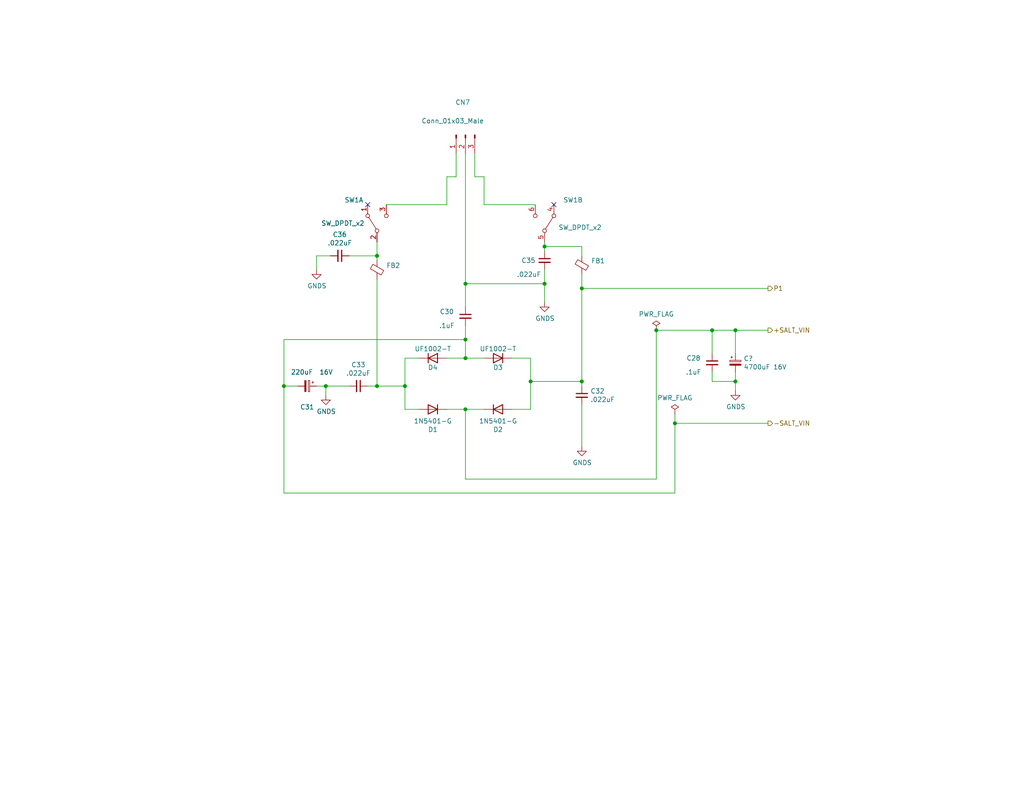
<source format=kicad_sch>
(kicad_sch (version 20230121) (generator eeschema)
  (paper "A")
  (title_block (title "TRS-80 Color Computer 3 (26-3334)") (date "2023-11-04") (rev "1.0.2") (company "Tandy Corporation") (comment 2 "& Color Computer 3 Revised Schematic (Ty Sopko).pdf") (comment 3 "Based on  Color Computer 3 Service Manual (Tandy).pdf") (comment 4 "Kicad schematic capture by Rocky Hill"))
  (lib_symbols
    (symbol "Device:C_Small" (pin_numbers hide) (pin_names (offset 0.254) hide)
      (property "Reference" "C" (at 0.254 1.778 0))
      (property "Value" "C_Small" (at 0.254 -2.032 0))
      (symbol "C_Small_0_1"
        (polyline (pts (xy -1.524 -0.508) (xy 1.524 -0.508)) (stroke (width 0.3302)))
        (polyline (pts (xy -1.524 0.508) (xy 1.524 0.508)) (stroke (width 0.3048)))
      )
      (symbol "C_Small_1_1"
        (pin passive line (at 0 2.54 270) (length 2.032) (name "~") (number "1"))
        (pin passive line (at 0 -2.54 90) (length 2.032) (name "~") (number "2"))
      )
    )
    (symbol "Diode:1N4002" (pin_numbers hide) (pin_names hide)
      (property "Reference" "D" (at 0 2.54 0))
      (property "Value" "1N4002" (at 0 -2.54 0))
      (symbol "1N4002_0_1"
        (polyline (pts (xy -1.27 1.27) (xy -1.27 -1.27)) (stroke (width 0.254)))
        (polyline (pts (xy 1.27 0) (xy -1.27 0)))
        (polyline (pts (xy 1.27 1.27) (xy 1.27 -1.27) (xy -1.27 0) (xy 1.27 1.27)) (stroke (width 0.254)))
      )
      (symbol "1N4002_1_1"
        (pin passive line (at -3.81 0 0) (length 2.54) (name "K") (number "1"))
        (pin passive line (at 3.81 0 180) (length 2.54) (name "A") (number "2"))
      )
    )
    (symbol "Diode:1N5401" (pin_numbers hide) (pin_names hide)
      (property "Reference" "D" (at 0 2.54 0))
      (property "Value" "1N5401" (at 0 -2.54 0))
      (symbol "1N5401_0_1"
        (polyline (pts (xy -1.27 1.27) (xy -1.27 -1.27)) (stroke (width 0.254)))
        (polyline (pts (xy 1.27 0) (xy -1.27 0)))
        (polyline (pts (xy 1.27 1.27) (xy 1.27 -1.27) (xy -1.27 0) (xy 1.27 1.27)) (stroke (width 0.254)))
      )
      (symbol "1N5401_1_1"
        (pin passive line (at -3.81 0 0) (length 2.54) (name "K") (number "1"))
        (pin passive line (at 3.81 0 180) (length 2.54) (name "A") (number "2"))
      )
    )
    (symbol "Switch:SW_DPDT_x2" (pin_names (offset 0) hide)
      (property "Reference" "SW" (at 0 4.318 0))
      (property "Value" "SW_DPDT_x2" (at 0 -5.08 0))
      (symbol "SW_DPDT_x2_0_0"
        (circle (center -2.032 0) (radius 0.508))
        (circle (center 2.032 -2.54) (radius 0.508))
      )
      (symbol "SW_DPDT_x2_0_1"
        (polyline (pts (xy -1.524 0.254) (xy 1.651 2.286)))
        (circle (center 2.032 2.54) (radius 0.508))
      )
      (symbol "SW_DPDT_x2_1_1"
        (pin passive line (at 5.08 2.54 180) (length 2.54) (name "A") (number "1"))
        (pin passive line (at -5.08 0 0) (length 2.54) (name "B") (number "2"))
        (pin passive line (at 5.08 -2.54 180) (length 2.54) (name "C") (number "3"))
      )
      (symbol "SW_DPDT_x2_2_1"
        (pin passive line (at 5.08 2.54 180) (length 2.54) (name "A") (number "4"))
        (pin passive line (at -5.08 0 0) (length 2.54) (name "B") (number "5"))
        (pin passive line (at 5.08 -2.54 180) (length 2.54) (name "C") (number "6"))
      )
    )
    (symbol "coco3-rescue:CP_Small-Device" (pin_numbers hide) (pin_names (offset 0.254) hide)
      (property "Reference" "C" (at 0.254 1.778 0))
      (property "Value" "Device_CP_Small" (at 0.254 -2.032 0))
      (symbol "CP_Small-Device_0_1"
        (rectangle (start -1.524 -0.3048) (end 1.524 -0.6858) (fill (type outline)))
        (rectangle (start -1.524 0.6858) (end 1.524 0.3048))
        (polyline (pts (xy -1.27 1.524) (xy -0.762 1.524)))
        (polyline (pts (xy -1.016 1.27) (xy -1.016 1.778)))
      )
      (symbol "CP_Small-Device_1_1"
        (pin passive line (at 0 2.54 270) (length 1.8542) (name "~") (number "1"))
        (pin passive line (at 0 -2.54 90) (length 1.8542) (name "~") (number "2"))
      )
    )
    (symbol "coco3-rescue:Conn_01x03_Male-Connector" (pin_names (offset 1.016) hide)
      (property "Reference" "J" (at 0 5.08 0))
      (property "Value" "Connector_Conn_01x03_Male" (at 0 -5.08 0))
      (symbol "Conn_01x03_Male-Connector_1_1"
        (polyline (pts (xy 1.27 -2.54) (xy 0.8636 -2.54)) (stroke (width 0.1524)))
        (polyline (pts (xy 1.27 0) (xy 0.8636 0)) (stroke (width 0.1524)))
        (polyline (pts (xy 1.27 2.54) (xy 0.8636 2.54)) (stroke (width 0.1524)))
        (rectangle (start 0.8636 -2.413) (end 0 -2.667) (stroke (width 0.1524)) (fill (type outline)))
        (rectangle (start 0.8636 0.127) (end 0 -0.127) (stroke (width 0.1524)) (fill (type outline)))
        (rectangle (start 0.8636 2.667) (end 0 2.413) (stroke (width 0.1524)) (fill (type outline)))
        (pin passive line (at 5.08 2.54 180) (length 3.81) (name "Pin_1") (number "1"))
        (pin passive line (at 5.08 0 180) (length 3.81) (name "Pin_2") (number "2"))
        (pin passive line (at 5.08 -2.54 180) (length 3.81) (name "Pin_3") (number "3"))
      )
    )
    (symbol "coco3-rescue:Ferrite_Bead_Small-Device" (pin_numbers hide) (pin_names (offset 0))
      (property "Reference" "FB" (at 1.905 1.27 0))
      (property "Value" "Device_Ferrite_Bead_Small" (at 1.905 -1.27 0))
      (symbol "Ferrite_Bead_Small-Device_0_1"
        (polyline (pts (xy 0 -1.27) (xy 0 -0.7874)))
        (polyline (pts (xy 0 0.889) (xy 0 1.2954)))
        (polyline (pts (xy -1.8288 0.2794) (xy -1.1176 1.4986) (xy 1.8288 -0.2032) (xy 1.1176 -1.4224) (xy -1.8288 0.2794)))
      )
      (symbol "Ferrite_Bead_Small-Device_1_1"
        (pin passive line (at 0 2.54 270) (length 1.27) (name "~") (number "1"))
        (pin passive line (at 0 -2.54 90) (length 1.27) (name "~") (number "2"))
      )
    )
    (symbol "power:GNDS" (power) (pin_names (offset 0))
      (property "Value" "GNDS" (at 0 -3.81 0))
      (symbol "GNDS_0_1"
        (polyline (pts (xy 0 0) (xy 0 -1.27) (xy 1.27 -1.27) (xy 0 -2.54) (xy -1.27 -1.27) (xy 0 -1.27)))
      )
      (symbol "GNDS_1_1"
        (pin power_in line (at 0 0 270) (length 0) hide (name "GNDS") (number "1"))
      )
    )
    (symbol "power:PWR_FLAG" (power) (pin_numbers hide) (pin_names (offset 0) hide)
      (property "Value" "PWR_FLAG" (at 0 3.81 0))
      (symbol "PWR_FLAG_0_0"
        (pin power_out line (at 0 0 90) (length 0) (name "pwr") (number "1"))
      )
      (symbol "PWR_FLAG_0_1"
        (polyline (pts (xy 0 0) (xy 0 1.27) (xy -1.016 1.905) (xy 0 2.54) (xy 1.016 1.905) (xy 0 1.27)))
      )
    )
  )
  (junction (at 127 77.47))
  (junction (at 158.75 78.74))
  (junction (at 110.49 105.41))
  (junction (at 127 111.76))
  (junction (at 88.9 105.41))
  (junction (at 148.59 77.47))
  (junction (at 194.31 90.17))
  (junction (at 179.07 90.17))
  (junction (at 102.87 105.41))
  (junction (at 200.66 104.14))
  (junction (at 184.15 115.57))
  (junction (at 127 97.79))
  (junction (at 102.87 69.85))
  (junction (at 144.78 104.14))
  (junction (at 77.47 105.41))
  (junction (at 158.75 104.14))
  (junction (at 200.66 90.17))
  (junction (at 127 92.71))
  (junction (at 148.59 67.31))
  (no_connect (at 151.13 55.88))
  (no_connect (at 100.33 55.88))
  (wire (pts (xy 139.7 97.79) (xy 144.78 97.79)))
  (wire (pts (xy 132.08 55.88) (xy 146.05 55.88)))
  (wire (pts (xy 129.54 48.26) (xy 132.08 48.26)))
  (wire (pts (xy 100.33 105.41) (xy 102.87 105.41)))
  (wire (pts (xy 148.59 68.58) (xy 148.59 67.31)))
  (wire (pts (xy 144.78 104.14) (xy 144.78 111.76)))
  (wire (pts (xy 158.75 74.93) (xy 158.75 78.74)))
  (wire (pts (xy 127 41.91) (xy 127 77.47)))
  (wire (pts (xy 88.9 105.41) (xy 95.25 105.41)))
  (wire (pts (xy 158.75 78.74) (xy 158.75 104.14)))
  (wire (pts (xy 127 88.9) (xy 127 92.71)))
  (wire (pts (xy 121.92 55.88) (xy 105.41 55.88)))
  (wire (pts (xy 110.49 111.76) (xy 114.3 111.76)))
  (wire (pts (xy 77.47 105.41) (xy 77.47 134.62)))
  (wire (pts (xy 90.17 69.85) (xy 86.36 69.85)))
  (wire (pts (xy 88.9 105.41) (xy 88.9 107.95)))
  (wire (pts (xy 127 77.47) (xy 127 83.82)))
  (wire (pts (xy 184.15 134.62) (xy 77.47 134.62)))
  (wire (pts (xy 148.59 67.31) (xy 148.59 66.04)))
  (wire (pts (xy 200.66 101.6) (xy 200.66 104.14)))
  (wire (pts (xy 124.46 41.91) (xy 124.46 48.26)))
  (wire (pts (xy 179.07 130.81) (xy 127 130.81)))
  (wire (pts (xy 194.31 104.14) (xy 200.66 104.14)))
  (wire (pts (xy 194.31 90.17) (xy 179.07 90.17)))
  (wire (pts (xy 121.92 48.26) (xy 121.92 55.88)))
  (wire (pts (xy 158.75 110.49) (xy 158.75 121.92)))
  (wire (pts (xy 194.31 101.6) (xy 194.31 104.14)))
  (wire (pts (xy 132.08 48.26) (xy 132.08 55.88)))
  (wire (pts (xy 179.07 130.81) (xy 179.07 90.17)))
  (wire (pts (xy 127 111.76) (xy 132.08 111.76)))
  (wire (pts (xy 158.75 78.74) (xy 209.55 78.74)))
  (wire (pts (xy 88.9 105.41) (xy 86.36 105.41)))
  (wire (pts (xy 200.66 90.17) (xy 200.66 96.52)))
  (wire (pts (xy 77.47 92.71) (xy 77.47 105.41)))
  (wire (pts (xy 209.55 90.17) (xy 200.66 90.17)))
  (wire (pts (xy 127 97.79) (xy 132.08 97.79)))
  (wire (pts (xy 144.78 111.76) (xy 139.7 111.76)))
  (wire (pts (xy 121.92 97.79) (xy 127 97.79)))
  (wire (pts (xy 200.66 90.17) (xy 194.31 90.17)))
  (wire (pts (xy 127 92.71) (xy 77.47 92.71)))
  (wire (pts (xy 158.75 104.14) (xy 144.78 104.14)))
  (wire (pts (xy 124.46 48.26) (xy 121.92 48.26)))
  (wire (pts (xy 200.66 104.14) (xy 200.66 106.68)))
  (wire (pts (xy 110.49 105.41) (xy 110.49 111.76)))
  (wire (pts (xy 127 111.76) (xy 127 130.81)))
  (wire (pts (xy 102.87 69.85) (xy 102.87 71.12)))
  (wire (pts (xy 86.36 69.85) (xy 86.36 73.66)))
  (wire (pts (xy 148.59 73.66) (xy 148.59 77.47)))
  (wire (pts (xy 184.15 115.57) (xy 184.15 113.03)))
  (wire (pts (xy 110.49 97.79) (xy 110.49 105.41)))
  (wire (pts (xy 121.92 111.76) (xy 127 111.76)))
  (wire (pts (xy 127 92.71) (xy 127 97.79)))
  (wire (pts (xy 144.78 97.79) (xy 144.78 104.14)))
  (wire (pts (xy 148.59 77.47) (xy 148.59 82.55)))
  (wire (pts (xy 102.87 66.04) (xy 102.87 69.85)))
  (wire (pts (xy 77.47 105.41) (xy 81.28 105.41)))
  (wire (pts (xy 129.54 41.91) (xy 129.54 48.26)))
  (wire (pts (xy 102.87 105.41) (xy 110.49 105.41)))
  (wire (pts (xy 114.3 97.79) (xy 110.49 97.79)))
  (wire (pts (xy 158.75 105.41) (xy 158.75 104.14)))
  (wire (pts (xy 95.25 69.85) (xy 102.87 69.85)))
  (wire (pts (xy 184.15 134.62) (xy 184.15 115.57)))
  (wire (pts (xy 194.31 96.52) (xy 194.31 90.17)))
  (wire (pts (xy 158.75 69.85) (xy 158.75 67.31)))
  (wire (pts (xy 158.75 67.31) (xy 148.59 67.31)))
  (wire (pts (xy 209.55 115.57) (xy 184.15 115.57)))
  (wire (pts (xy 102.87 76.2) (xy 102.87 105.41)))
  (wire (pts (xy 127 77.47) (xy 148.59 77.47)))
  (hierarchical_label "P1" (shape output) (at 209.55 78.74 0))
  (hierarchical_label "-SALT_VIN" (shape output) (at 209.55 115.57 0))
  (hierarchical_label "+SALT_VIN" (shape output) (at 209.55 90.17 0))
  (symbol (lib_id "Device:C_Small") (at 148.59 71.12 0) (unit 1)
    (property "Reference" "C35" (at 142.24 71.12 0) (effects (justify left)))
    (property "Value" ".022uF" (at 140.97 74.93 0) (effects (justify left)))
    (property "Footprint" "Capacitor_THT:C_Disc_D8.0mm_W2.5mm_P5.00mm" (effects hide))
    (property "Datasheet" "https://api.kemet.com/component-edge/download/datasheet/C317C223M5U5TA7301.pdf" (effects hide))
    (property "Vendor" "digikey" (effects hide))
    (property "Vendor part#" "399-14073-1-ND" (effects hide))
    (property "Manufacturer part#" "C317C223M5U5TA7301" (effects hide))
  )
  (symbol (lib_id "Device:C_Small") (at 92.71 69.85 270) (unit 1)
    (property "Reference" "C36" (at 92.71 64.0334 90))
    (property "Value" ".022uF" (at 92.71 66.3448 90))
    (property "Footprint" "Capacitor_THT:C_Disc_D8.0mm_W2.5mm_P5.00mm" (effects hide))
    (property "Datasheet" "https://api.kemet.com/component-edge/download/datasheet/C317C223M5U5TA7301.pdf" (effects hide))
    (property "Vendor" "digikey" (effects hide))
    (property "Vendor part#" "399-14073-1-ND" (effects hide))
    (property "Manufacturer part#" "C317C223M5U5TA7301" (effects hide))
  )
  (symbol (lib_id "Device:C_Small") (at 97.79 105.41 270) (unit 1)
    (property "Reference" "C33" (at 97.79 99.5934 90))
    (property "Value" ".022uF" (at 97.79 101.9048 90))
    (property "Footprint" "Capacitor_THT:C_Disc_D8.0mm_W2.5mm_P5.00mm" (effects hide))
    (property "Datasheet" "https://api.kemet.com/component-edge/download/datasheet/C317C223M5U5TA7301.pdf" (effects hide))
    (property "Vendor" "digikey" (effects hide))
    (property "Vendor part#" "399-14073-1-ND" (effects hide))
    (property "Manufacturer part#" "C317C223M5U5TA7301" (effects hide))
  )
  (symbol (lib_id "Device:C_Small") (at 158.75 107.95 0) (unit 1)
    (property "Reference" "C32" (at 161.0868 106.7816 0) (effects (justify left)))
    (property "Value" ".022uF" (at 161.0868 109.093 0) (effects (justify left)))
    (property "Footprint" "Capacitor_THT:C_Disc_D8.0mm_W2.5mm_P5.00mm" (effects hide))
    (property "Datasheet" "https://api.kemet.com/component-edge/download/datasheet/C317C223M5U5TA7301.pdf" (effects hide))
    (property "Vendor" "digikey" (effects hide))
    (property "Vendor part#" "399-14073-1-ND" (effects hide))
    (property "Manufacturer part#" "C317C223M5U5TA7301" (effects hide))
  )
  (symbol (lib_id "Device:C_Small") (at 127 86.36 0) (unit 1)
    (property "Reference" "C30" (at 121.92 85.09 0))
    (property "Value" ".1uF" (at 121.92 88.9 0))
    (property "Footprint" "Capacitor_THT:C_Disc_D4.7mm_W2.5mm_P5.00mm" (effects hide))
    (property "Datasheet" " https://product.tdk.com/info/en/catalog/datasheets/leadmlcc_halogenfree_fg_en.pdf?ref_disty=digikey" (effects hide))
    (property "Vendor" "digikey" (effects hide))
    (property "Vendor part#" "445-173474-1-ND" (effects hide))
    (property "Manufacturer part#" "FG28C0G1H103JNT06" (effects hide))
    (instances (project "coco3" (path "" (reference "C30") (unit 1)) (path "" (reference "C?") (unit 1))))
  )
  (symbol (lib_id "Diode:1N4002") (at 135.89 97.79 180) (unit 1)
    (property "Reference" "D3" (at 135.89 100.33 0))
    (property "Value" "UF1002-T" (at 135.89 95.25 0))
    (property "Footprint" "Diode_THT:D_DO-41_SOD81_P10.16mm_Horizontal" (effects hide))
    (property "Datasheet" "https://media.digikey.com/pdf/Data%20Sheets/Diodes%20PDFs/UF1001-UF1007.pdf" (effects hide))
    (property "Vendor" "digikey" (effects hide))
    (property "Vendor part#" "UF1002DICT-ND" (effects hide))
    (property "Manufacturer part#" "UF1002-T" (effects hide))
  )
  (symbol (lib_id "Diode:1N4002") (at 118.11 97.79 0) (unit 1)
    (property "Reference" "D4" (at 118.11 100.33 0))
    (property "Value" "UF1002-T" (at 118.11 95.25 0))
    (property "Footprint" "Diode_THT:D_DO-41_SOD81_P10.16mm_Horizontal" (effects hide))
    (property "Datasheet" "https://media.digikey.com/pdf/Data%20Sheets/Diodes%20PDFs/UF1001-UF1007.pdf" (effects hide))
    (property "Vendor" "digikey" (effects hide))
    (property "Vendor part#" "UF1002DICT-ND" (effects hide))
    (property "Manufacturer part#" "UF1002-T" (effects hide))
  )
  (symbol (lib_id "Diode:1N5401") (at 135.89 111.76 0) (unit 1)
    (property "Reference" "D2" (at 135.89 117.2718 0))
    (property "Value" "1N5401-G" (at 135.89 114.9604 0))
    (property "Footprint" "Diode_THT:D_DO-201AD_P15.24mm_Horizontal" (effects hide))
    (property "Datasheet" "http://www.vishay.com/docs/88516/1n5400.pdf" (effects hide))
    (property "Vendor" "digikey" (effects hide))
    (property "Vendor part#" "641-1314-1-ND" (effects hide))
    (property "Manufacturer part#" "1N5401" (effects hide))
  )
  (symbol (lib_id "Diode:1N5401") (at 118.11 111.76 180) (unit 1)
    (property "Reference" "D1" (at 118.11 117.2718 0))
    (property "Value" "1N5401-G" (at 118.11 114.9604 0))
    (property "Footprint" "Diode_THT:D_DO-201AD_P15.24mm_Horizontal" (effects hide))
    (property "Datasheet" "http://www.vishay.com/docs/88516/1n5400.pdf" (effects hide))
    (property "Vendor" "digikey" (effects hide))
    (property "Vendor part#" "641-1314-1-ND" (effects hide))
    (property "Manufacturer part#" "1N5401" (effects hide))
  )
  (symbol (lib_id "Switch:SW_DPDT_x2") (at 102.87 60.96 90) (unit 1)
    (property "Reference" "SW1" (at 93.98 54.61 90) (effects (justify right)))
    (property "Value" "SW_DPDT_x2" (at 87.63 60.96 90) (effects (justify right)))
    (property "Footprint" "coco2:F2UEE" (effects hide))
    (property "Datasheet" "https://www.ckswitches.com/media/1402/fpush.pdf" (effects hide))
    (property "Vendor" "digikey" (effects hide))
    (property "Vendor part#" "401-1223-ND" (effects hide))
    (property "Manufacturer part#" "F2UEE" (effects hide))
  )
  (symbol (lib_id "Switch:SW_DPDT_x2") (at 148.59 60.96 270) (mirror x) (unit 2)
    (property "Reference" "SW1" (at 153.67 54.61 90) (effects (justify left)))
    (property "Value" "SW_DPDT_x2" (at 152.3492 62.103 90) (effects (justify left)))
    (property "Footprint" "coco2:F2UEE" (effects hide))
    (property "Datasheet" "https://www.ckswitches.com/media/1402/fpush.pdf" (effects hide))
    (property "Vendor" "digikey" (effects hide))
    (property "Vendor part#" "401-1223-ND" (effects hide))
    (property "Manufacturer part#" "F2UEE" (effects hide))
  )
  (symbol (lib_id "power:GNDS") (at 148.59 82.55 0) (unit 1)
    (property "Reference" "#PWR01034" (effects hide))
    (property "Value" "GNDS" (at 148.717 86.9442 0))
  )
  (symbol (lib_id "coco3-rescue:Ferrite_Bead_Small-Device") (at 158.75 72.39 0) (unit 1)
    (property "Reference" "FB1" (at 161.29 71.2216 0) (effects (justify left)))
    (property "Value" " " (at 161.29 73.533 0) (effects (justify left)))
    (property "Footprint" "coco2:FB_28L0138-10R-10" (effects hide))
    (property "Datasheet" " https://media.digikey.com/pdf/Data%20Sheets/Laird%20Technologies/Ferrite_EMI_Cable_Cores.pdf" (effects hide))
    (property "Vendor" "digikey" (effects hide))
    (property "Vendor part#" "240-2438-1-ND" (effects hide))
    (property "Manufacturer part#" "28L0138-10R-10" (effects hide))
  )
  (symbol (lib_id "coco3-rescue:Ferrite_Bead_Small-Device") (at 102.87 73.66 0) (unit 1)
    (property "Reference" "FB2" (at 105.41 72.4916 0) (effects (justify left)))
    (property "Value" " " (at 105.41 74.803 0) (effects (justify left)))
    (property "Footprint" "coco2:FB_28L0138-10R-10" (effects hide))
    (property "Datasheet" " https://media.digikey.com/pdf/Data%20Sheets/Laird%20Technologies/Ferrite_EMI_Cable_Cores.pdf" (effects hide))
    (property "Vendor" "digikey" (effects hide))
    (property "Vendor part#" "240-2438-1-ND" (effects hide))
    (property "Manufacturer part#" "28L0138-10R-10" (effects hide))
  )
  (symbol (lib_id "Device:C_Small") (at 194.31 99.06 0) (unit 1)
    (property "Reference" "C28" (at 189.23 97.79 0))
    (property "Value" ".1uF" (at 189.23 101.6 0))
    (property "Footprint" "Capacitor_THT:C_Disc_D4.7mm_W2.5mm_P5.00mm" (effects hide))
    (property "Datasheet" " https://product.tdk.com/info/en/catalog/datasheets/leadmlcc_halogenfree_fg_en.pdf?ref_disty=digikey" (effects hide))
    (property "Vendor" "digikey" (effects hide))
    (property "Vendor part#" "445-173474-1-ND" (effects hide))
    (property "Manufacturer part#" "FG28C0G1H103JNT06" (effects hide))
    (instances (project "coco3" (path "" (reference "C28") (unit 1)) (path "" (reference "C?") (unit 1))))
  )
  (symbol (lib_id "power:GNDS") (at 158.75 121.92 0) (unit 1)
    (property "Reference" "#PWR01037" (effects hide))
    (property "Value" "GNDS" (at 158.877 126.3142 0))
  )
  (symbol (lib_id "power:GNDS") (at 88.9 107.95 0) (unit 1)
    (property "Reference" "#PWR01036" (effects hide))
    (property "Value" "GNDS" (at 89.027 112.3442 0))
  )
  (symbol (lib_id "power:GNDS") (at 86.36 73.66 0) (unit 1)
    (property "Reference" "#PWR01033" (effects hide))
    (property "Value" "GNDS" (at 86.487 78.0542 0))
  )
  (symbol (lib_id "coco3-rescue:CP_Small-Device") (at 83.82 105.41 270) (unit 1)
    (property "Reference" "C31" (at 83.82 111.125 90))
    (property "Value" "220uF  16V" (at 85.09 101.6 90))
    (property "Footprint" "Capacitor_THT:CP_Radial_D8.0mm_P5.00mm" (effects hide))
    (property "Datasheet" "http://nichicon-us.com/english/products/pdfs/e-urs.pdf" (effects hide))
    (property "Vendor" "digikey" (effects hide))
    (property "Vendor part#" "493-15896-1-ND" (effects hide))
    (property "Manufacturer part#" "URS1C221MPD1TA" (effects hide))
  )
  (symbol (lib_id "power:PWR_FLAG") (at 179.07 90.17 0) (unit 1)
    (property "Reference" "#FLG01001" (effects hide))
    (property "Value" "PWR_FLAG" (at 179.07 85.7758 0))
  )
  (symbol (lib_id "power:PWR_FLAG") (at 184.15 113.03 0) (unit 1)
    (property "Reference" "#FLG01002" (effects hide))
    (property "Value" "PWR_FLAG" (at 184.15 108.6358 0))
  )
  (symbol (lib_id "coco3-rescue:Conn_01x03_Male-Connector") (at 127 36.83 90) (mirror x) (unit 1)
    (property "Reference" "CN7" (at 128.27 27.94 90) (effects (justify left)))
    (property "Value" "Conn_01x03_Male" (at 132.08 33.02 90) (effects (justify left)))
    (property "Footprint" "Connector_Molex:Molex_KK-396_A-41791-0003_1x03_P3.96mm_Vertical" (effects hide))
    (property "Datasheet" "https://www.molex.com/pdm_docs/sd/009652038_sd.pdf" (effects hide))
    (property "Vendor" "digikey" (effects hide))
    (property "Vendor part#" "WM18824-ND" (effects hide))
    (property "Manufacturer part#" "0009652038" (effects hide))
  )
  (symbol (lib_id "coco3-rescue:CP_Small-Device") (at 200.66 99.06 0) (unit 1)
    (property "Reference" "C?" (at 202.8952 97.8916 0) (effects (justify left)))
    (property "Value" "4700uF 16V" (at 202.8952 100.203 0) (effects (justify left)))
    (property "Footprint" "Capacitor_THT:CP_Radial_D12.5mm_P5.00mm" (effects hide))
    (property "Datasheet" "http://www.rubycon.co.jp/en/catalog/e_pdfs/aluminum/e_pk.pdf" (effects hide))
    (property "Vendor" "digikey" (effects hide))
    (property "Vendor part#" "1189-1123-ND" (effects hide))
    (property "Manufacturer part#" "16PK4700MEFC12.5X25" (effects hide))
    (instances (project "coco3" (path "" (reference "C?") (unit 1)) (path "" (reference "C29") (unit 1))))
  )
  (symbol (lib_id "power:GNDS") (at 200.66 106.68 0) (unit 1)
    (property "Reference" "#PWR01035" (effects hide))
    (property "Value" "GNDS" (at 200.787 111.0742 0))
  )
)
</source>
